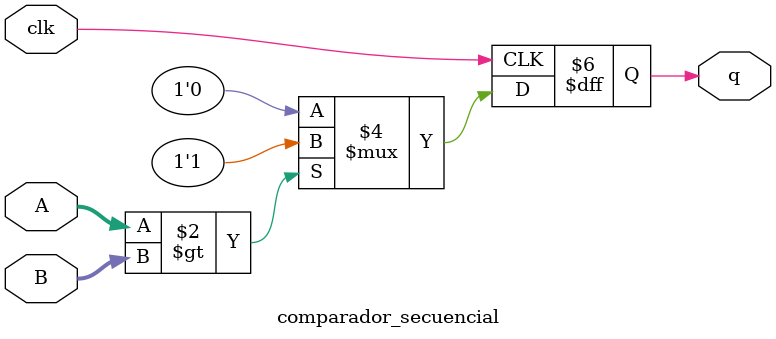
<source format=v>
module comparador_secuencial (
    input wire [7:0] A,    // Primer número a comparar
    input wire [7:0] B,    // Segundo número a comparar
    input wire clk,        // Reloj
    output reg q           // Salida: 1 cuando A > B
);

    always @(posedge clk) begin
        if (A > B) begin
            q <= 1'b1;
        end else begin
            q <= 1'b0;
        end
    end

endmodule
</source>
